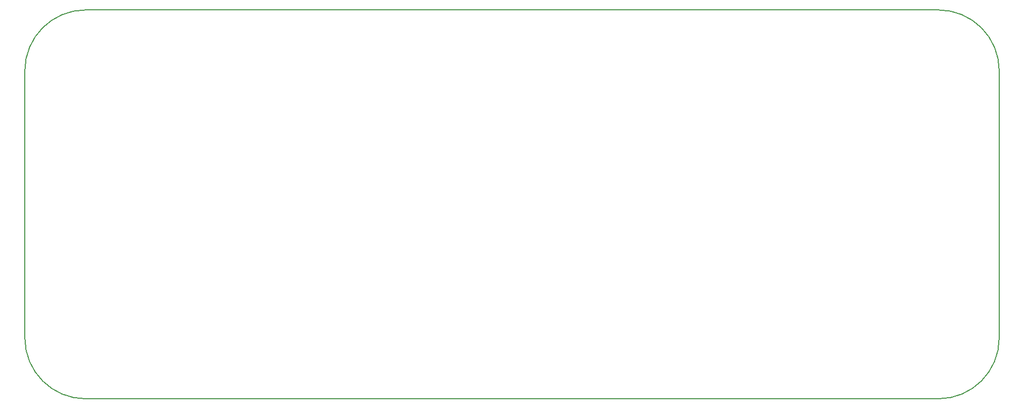
<source format=gm1>
G04 #@! TF.FileFunction,Profile,NP*
%FSLAX46Y46*%
G04 Gerber Fmt 4.6, Leading zero omitted, Abs format (unit mm)*
G04 Created by KiCad (PCBNEW 4.0.7-e0-6372~58~ubuntu16.10.1) date Tue Sep 25 01:01:21 2018*
%MOMM*%
%LPD*%
G01*
G04 APERTURE LIST*
%ADD10C,0.100000*%
%ADD11C,0.150000*%
G04 APERTURE END LIST*
D10*
D11*
X220000000Y-60000000D02*
G75*
G03X210000000Y-50000000I-10000000J0D01*
G01*
X60000000Y-104000000D02*
G75*
G03X70000000Y-114000000I10000000J0D01*
G01*
X70000000Y-50000000D02*
G75*
G03X60000000Y-60000000I0J-10000000D01*
G01*
X210000000Y-114000000D02*
G75*
G03X220000000Y-104000000I0J10000000D01*
G01*
X220000000Y-104000000D02*
X220000000Y-60000000D01*
X70000000Y-114000000D02*
X210000000Y-114000000D01*
X60000000Y-60000000D02*
X60000000Y-104000000D01*
X70000000Y-50000000D02*
X210000000Y-50000000D01*
M02*

</source>
